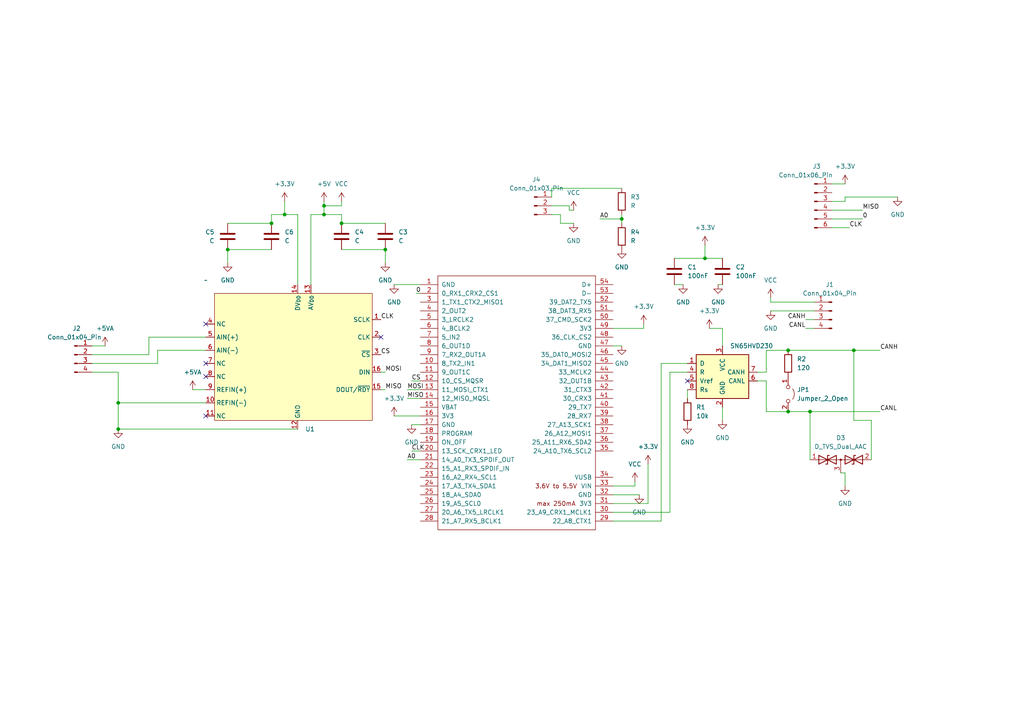
<source format=kicad_sch>
(kicad_sch (version 20230121) (generator eeschema)
  (paper "A4")
  (lib_symbols
    (symbol "Connector:Conn_01x03_Pin" (pin_names (offset 1.016) hide)
      (property "Reference" "J" (at 0 5.08 0))
      (property "Value" "Conn_01x03_Pin" (at 0 -5.08 0))
      (symbol "Conn_01x03_Pin_1_1"
        (polyline (pts (xy 1.27 -2.54) (xy 0.8636 -2.54)) (stroke (width 0.1524)))
        (polyline (pts (xy 1.27 0) (xy 0.8636 0)) (stroke (width 0.1524)))
        (polyline (pts (xy 1.27 2.54) (xy 0.8636 2.54)) (stroke (width 0.1524)))
        (rectangle (start 0.8636 -2.413) (end 0 -2.667) (stroke (width 0.1524)) (fill (type outline)))
        (rectangle (start 0.8636 0.127) (end 0 -0.127) (stroke (width 0.1524)) (fill (type outline)))
        (rectangle (start 0.8636 2.667) (end 0 2.413) (stroke (width 0.1524)) (fill (type outline)))
        (pin passive line (at 5.08 2.54 180) (length 3.81) (name "Pin_1") (number "1"))
        (pin passive line (at 5.08 0 180) (length 3.81) (name "Pin_2") (number "2"))
        (pin passive line (at 5.08 -2.54 180) (length 3.81) (name "Pin_3") (number "3"))
      )
    )
    (symbol "Connector:Conn_01x04_Pin" (pin_names (offset 1.016) hide)
      (property "Reference" "J" (at 0 5.08 0))
      (property "Value" "Conn_01x04_Pin" (at 0 -7.62 0))
      (symbol "Conn_01x04_Pin_1_1"
        (polyline (pts (xy 1.27 -5.08) (xy 0.8636 -5.08)) (stroke (width 0.1524)))
        (polyline (pts (xy 1.27 -2.54) (xy 0.8636 -2.54)) (stroke (width 0.1524)))
        (polyline (pts (xy 1.27 0) (xy 0.8636 0)) (stroke (width 0.1524)))
        (polyline (pts (xy 1.27 2.54) (xy 0.8636 2.54)) (stroke (width 0.1524)))
        (rectangle (start 0.8636 -4.953) (end 0 -5.207) (stroke (width 0.1524)) (fill (type outline)))
        (rectangle (start 0.8636 -2.413) (end 0 -2.667) (stroke (width 0.1524)) (fill (type outline)))
        (rectangle (start 0.8636 0.127) (end 0 -0.127) (stroke (width 0.1524)) (fill (type outline)))
        (rectangle (start 0.8636 2.667) (end 0 2.413) (stroke (width 0.1524)) (fill (type outline)))
        (pin passive line (at 5.08 2.54 180) (length 3.81) (name "Pin_1") (number "1"))
        (pin passive line (at 5.08 0 180) (length 3.81) (name "Pin_2") (number "2"))
        (pin passive line (at 5.08 -2.54 180) (length 3.81) (name "Pin_3") (number "3"))
        (pin passive line (at 5.08 -5.08 180) (length 3.81) (name "Pin_4") (number "4"))
      )
    )
    (symbol "Connector:Conn_01x06_Pin" (pin_names (offset 1.016) hide)
      (property "Reference" "J" (at 0 7.62 0))
      (property "Value" "Conn_01x06_Pin" (at 0 -10.16 0))
      (symbol "Conn_01x06_Pin_1_1"
        (polyline (pts (xy 1.27 -7.62) (xy 0.8636 -7.62)) (stroke (width 0.1524)))
        (polyline (pts (xy 1.27 -5.08) (xy 0.8636 -5.08)) (stroke (width 0.1524)))
        (polyline (pts (xy 1.27 -2.54) (xy 0.8636 -2.54)) (stroke (width 0.1524)))
        (polyline (pts (xy 1.27 0) (xy 0.8636 0)) (stroke (width 0.1524)))
        (polyline (pts (xy 1.27 2.54) (xy 0.8636 2.54)) (stroke (width 0.1524)))
        (polyline (pts (xy 1.27 5.08) (xy 0.8636 5.08)) (stroke (width 0.1524)))
        (rectangle (start 0.8636 -7.493) (end 0 -7.747) (stroke (width 0.1524)) (fill (type outline)))
        (rectangle (start 0.8636 -4.953) (end 0 -5.207) (stroke (width 0.1524)) (fill (type outline)))
        (rectangle (start 0.8636 -2.413) (end 0 -2.667) (stroke (width 0.1524)) (fill (type outline)))
        (rectangle (start 0.8636 0.127) (end 0 -0.127) (stroke (width 0.1524)) (fill (type outline)))
        (rectangle (start 0.8636 2.667) (end 0 2.413) (stroke (width 0.1524)) (fill (type outline)))
        (rectangle (start 0.8636 5.207) (end 0 4.953) (stroke (width 0.1524)) (fill (type outline)))
        (pin passive line (at 5.08 5.08 180) (length 3.81) (name "Pin_1") (number "1"))
        (pin passive line (at 5.08 2.54 180) (length 3.81) (name "Pin_2") (number "2"))
        (pin passive line (at 5.08 0 180) (length 3.81) (name "Pin_3") (number "3"))
        (pin passive line (at 5.08 -2.54 180) (length 3.81) (name "Pin_4") (number "4"))
        (pin passive line (at 5.08 -5.08 180) (length 3.81) (name "Pin_5") (number "5"))
        (pin passive line (at 5.08 -7.62 180) (length 3.81) (name "Pin_6") (number "6"))
      )
    )
    (symbol "Device:C" (pin_numbers hide) (pin_names (offset 0.254))
      (property "Reference" "C" (at 0.635 2.54 0))
      (property "Value" "C" (at 0.635 -2.54 0))
      (symbol "C_0_1"
        (polyline (pts (xy -2.032 -0.762) (xy 2.032 -0.762)) (stroke (width 0.508)))
        (polyline (pts (xy -2.032 0.762) (xy 2.032 0.762)) (stroke (width 0.508)))
      )
      (symbol "C_1_1"
        (pin passive line (at 0 3.81 270) (length 2.794) (name "~") (number "1"))
        (pin passive line (at 0 -3.81 90) (length 2.794) (name "~") (number "2"))
      )
    )
    (symbol "Device:D_TVS_Dual_AAC" (pin_names (offset 1.016) hide)
      (property "Reference" "D" (at 0 4.445 0))
      (property "Value" "D_TVS_Dual_AAC" (at 0 2.54 0))
      (symbol "D_TVS_Dual_AAC_0_0"
        (polyline (pts (xy 0 -1.27) (xy 0 0)))
      )
      (symbol "D_TVS_Dual_AAC_0_1"
        (polyline (pts (xy -6.35 0) (xy 6.35 0)))
        (polyline (pts (xy -3.302 1.27) (xy -3.81 1.27) (xy -3.81 -1.27) (xy -4.318 -1.27)) (stroke (width 0.254)))
        (polyline (pts (xy 4.318 1.27) (xy 3.81 1.27) (xy 3.81 -1.27) (xy 3.302 -1.27)) (stroke (width 0.254)))
        (polyline (pts (xy -6.35 1.27) (xy -1.27 -1.27) (xy -1.27 1.27) (xy -6.35 -1.27) (xy -6.35 1.27)) (stroke (width 0.254)))
        (polyline (pts (xy 6.35 1.27) (xy 1.27 -1.27) (xy 1.27 1.27) (xy 6.35 -1.27) (xy 6.35 1.27)) (stroke (width 0.254)))
        (circle (center 0 0) (radius 0.254) (fill (type outline)))
      )
      (symbol "D_TVS_Dual_AAC_1_1"
        (pin passive line (at -8.89 0 0) (length 2.54) (name "A1") (number "1"))
        (pin passive line (at 8.89 0 180) (length 2.54) (name "A2") (number "2"))
        (pin input line (at 0 -3.81 90) (length 2.54) (name "common") (number "3"))
      )
    )
    (symbol "Device:R" (pin_numbers hide) (pin_names (offset 0))
      (property "Reference" "R" (at 2.032 0 90))
      (property "Value" "R" (at 0 0 90))
      (symbol "R_0_1"
        (rectangle (start -1.016 -2.54) (end 1.016 2.54) (stroke (width 0.254)))
      )
      (symbol "R_1_1"
        (pin passive line (at 0 3.81 270) (length 1.27) (name "~") (number "1"))
        (pin passive line (at 0 -3.81 90) (length 1.27) (name "~") (number "2"))
      )
    )
    (symbol "Interface_CAN_LIN:SN65HVD230" (pin_names (offset 1.016))
      (property "Reference" "U" (at -2.54 10.16 0))
      (property "Value" "SN65HVD230" (at -2.54 7.62 0))
      (symbol "SN65HVD230_0_1"
        (rectangle (start -7.62 5.08) (end 7.62 -7.62) (stroke (width 0.254)) (fill (type background)))
      )
      (symbol "SN65HVD230_1_1"
        (pin input line (at -10.16 2.54 0) (length 2.54) (name "D") (number "1"))
        (pin power_in line (at 0 -10.16 90) (length 2.54) (name "GND") (number "2"))
        (pin power_in line (at 0 7.62 270) (length 2.54) (name "VCC") (number "3"))
        (pin output line (at -10.16 0 0) (length 2.54) (name "R") (number "4"))
        (pin output line (at -10.16 -2.54 0) (length 2.54) (name "Vref") (number "5"))
        (pin bidirectional line (at 10.16 -2.54 180) (length 2.54) (name "CANL") (number "6"))
        (pin bidirectional line (at 10.16 0 180) (length 2.54) (name "CANH") (number "7"))
        (pin input line (at -10.16 -5.08 0) (length 2.54) (name "Rs") (number "8"))
      )
    )
    (symbol "Jumper:Jumper_2_Open" (pin_names (offset 0) hide)
      (property "Reference" "JP" (at 0 2.794 0))
      (property "Value" "Jumper_2_Open" (at 0 -2.286 0))
      (symbol "Jumper_2_Open_0_0"
        (circle (center -2.032 0) (radius 0.508))
        (circle (center 2.032 0) (radius 0.508))
      )
      (symbol "Jumper_2_Open_0_1"
        (arc (start 1.524 1.27) (mid 0 1.778) (end -1.524 1.27))
      )
      (symbol "Jumper_2_Open_1_1"
        (pin passive line (at -5.08 0 0) (length 2.54) (name "A") (number "1"))
        (pin passive line (at 5.08 0 180) (length 2.54) (name "B") (number "2"))
      )
    )
    (symbol "Library :AD7797"
      (property "Reference" "U" (at 0 0 0))
      (symbol "AD7797_1_1"
        (rectangle (start 10.16 -16.51) (end 55.88 -53.34) (fill (type background)))
        (pin input line (at 58.42 -24.13 180) (length 2.54) (name "SCLK") (number "1"))
        (pin input line (at 7.62 -48.26 0) (length 2.54) (name "REFIN(-)") (number "10"))
        (pin input line (at 7.62 -52.07 0) (length 2.54) (name "NC") (number "11"))
        (pin power_in line (at 34.29 -55.88 90) (length 2.54) (name "GND") (number "12"))
        (pin power_in line (at 38.1 -13.97 270) (length 2.54) (name "AV_{DD}") (number "13"))
        (pin power_in line (at 34.29 -13.97 270) (length 2.54) (name "DV_{DD}") (number "14"))
        (pin output line (at 58.42 -44.45 180) (length 2.54) (name "DOUT/~{RDY}") (number "15"))
        (pin input line (at 58.42 -39.37 180) (length 2.54) (name "DIN") (number "16"))
        (pin input line (at 58.42 -29.21 180) (length 2.54) (name "CLK") (number "2"))
        (pin input line (at 58.42 -34.29 180) (length 2.54) (name "~{CS}") (number "3"))
        (pin input line (at 7.62 -25.4 0) (length 2.54) (name "NC") (number "4"))
        (pin input line (at 7.62 -29.21 0) (length 2.54) (name "AIN(+)") (number "5"))
        (pin input line (at 7.62 -33.02 0) (length 2.54) (name "AIN(-)") (number "6"))
        (pin input line (at 7.62 -36.83 0) (length 2.54) (name "NC") (number "7"))
        (pin input line (at 7.62 -40.64 0) (length 2.54) (name "NC") (number "8"))
        (pin input line (at 7.62 -44.45 0) (length 2.54) (name "REFIN(+)") (number "9"))
      )
    )
    (symbol "Teensy:Teensy4.0" (pin_names (offset 1.016))
      (property "Reference" "U" (at 0 39.37 0))
      (property "Value" "Teensy4.0" (at 0 -39.37 0))
      (symbol "Teensy4.0_0_0"
        (text "3.6V to 5.5V" (at 11.43 -24.13 0) (effects (font (size 1.27 1.27))))
        (text "max 250mA" (at 11.43 -29.21 0) (effects (font (size 1.27 1.27))))
        (pin bidirectional line (at -27.94 11.43 0) (length 5.08) (name "8_TX2_IN1") (number "10"))
        (pin bidirectional line (at -27.94 8.89 0) (length 5.08) (name "9_OUT1C") (number "11"))
        (pin bidirectional line (at -27.94 6.35 0) (length 5.08) (name "10_CS_MQSR") (number "12"))
        (pin bidirectional line (at -27.94 3.81 0) (length 5.08) (name "11_MOSI_CTX1") (number "13"))
        (pin bidirectional line (at -27.94 1.27 0) (length 5.08) (name "12_MISO_MQSL") (number "14"))
        (pin power_in line (at -27.94 -1.27 0) (length 5.08) (name "VBAT") (number "15"))
        (pin power_in line (at -27.94 -3.81 0) (length 5.08) (name "3V3") (number "16"))
        (pin power_in line (at -27.94 -6.35 0) (length 5.08) (name "GND") (number "17"))
        (pin input line (at -27.94 -8.89 0) (length 5.08) (name "PROGRAM") (number "18"))
        (pin input line (at -27.94 -11.43 0) (length 5.08) (name "ON_OFF") (number "19"))
        (pin bidirectional line (at -27.94 -13.97 0) (length 5.08) (name "13_SCK_CRX1_LED") (number "20"))
        (pin bidirectional line (at -27.94 -16.51 0) (length 5.08) (name "14_A0_TX3_SPDIF_OUT") (number "21"))
        (pin bidirectional line (at -27.94 -19.05 0) (length 5.08) (name "15_A1_RX3_SPDIF_IN") (number "22"))
        (pin bidirectional line (at -27.94 -21.59 0) (length 5.08) (name "16_A2_RX4_SCL1") (number "23"))
        (pin bidirectional line (at -27.94 -24.13 0) (length 5.08) (name "17_A3_TX4_SDA1") (number "24"))
        (pin bidirectional line (at -27.94 -26.67 0) (length 5.08) (name "18_A4_SDA0") (number "25"))
        (pin bidirectional line (at -27.94 -29.21 0) (length 5.08) (name "19_A5_SCL0") (number "26"))
        (pin bidirectional line (at -27.94 -31.75 0) (length 5.08) (name "20_A6_TX5_LRCLK1") (number "27"))
        (pin bidirectional line (at -27.94 -34.29 0) (length 5.08) (name "21_A7_RX5_BCLK1") (number "28"))
        (pin bidirectional line (at 27.94 -34.29 180) (length 5.08) (name "22_A8_CTX1") (number "29"))
        (pin bidirectional line (at 27.94 -31.75 180) (length 5.08) (name "23_A9_CRX1_MCLK1") (number "30"))
        (pin power_out line (at 27.94 -29.21 180) (length 5.08) (name "3V3") (number "31"))
        (pin power_in line (at 27.94 -26.67 180) (length 5.08) (name "GND") (number "32"))
        (pin power_in line (at 27.94 -24.13 180) (length 5.08) (name "VIN") (number "33"))
        (pin power_out line (at 27.94 -21.59 180) (length 5.08) (name "VUSB") (number "34"))
        (pin bidirectional line (at 27.94 -13.97 180) (length 5.08) (name "24_A10_TX6_SCL2") (number "35"))
        (pin bidirectional line (at 27.94 -11.43 180) (length 5.08) (name "25_A11_RX6_SDA2") (number "36"))
        (pin bidirectional line (at 27.94 -8.89 180) (length 5.08) (name "26_A12_MOSI1") (number "37"))
        (pin bidirectional line (at 27.94 -6.35 180) (length 5.08) (name "27_A13_SCK1") (number "38"))
        (pin bidirectional line (at 27.94 -3.81 180) (length 5.08) (name "28_RX7") (number "39"))
        (pin bidirectional line (at 27.94 -1.27 180) (length 5.08) (name "29_TX7") (number "40"))
        (pin bidirectional line (at 27.94 1.27 180) (length 5.08) (name "30_CRX3") (number "41"))
        (pin bidirectional line (at 27.94 3.81 180) (length 5.08) (name "31_CTX3") (number "42"))
        (pin bidirectional line (at 27.94 6.35 180) (length 5.08) (name "32_OUT1B") (number "43"))
        (pin bidirectional line (at 27.94 8.89 180) (length 5.08) (name "33_MCLK2") (number "44"))
        (pin bidirectional line (at 27.94 11.43 180) (length 5.08) (name "34_DAT1_MISO2") (number "45"))
        (pin bidirectional line (at 27.94 13.97 180) (length 5.08) (name "35_DAT0_MOSI2") (number "46"))
        (pin power_out line (at 27.94 16.51 180) (length 5.08) (name "GND") (number "47"))
        (pin bidirectional line (at 27.94 19.05 180) (length 5.08) (name "36_CLK_CS2") (number "48"))
        (pin power_out line (at 27.94 21.59 180) (length 5.08) (name "3V3") (number "49"))
        (pin bidirectional line (at -27.94 24.13 0) (length 5.08) (name "3_LRCLK2") (number "5"))
        (pin bidirectional line (at 27.94 24.13 180) (length 5.08) (name "37_CMD_SCK2") (number "50"))
        (pin bidirectional line (at 27.94 26.67 180) (length 5.08) (name "38_DAT3_RX5") (number "51"))
        (pin bidirectional line (at 27.94 29.21 180) (length 5.08) (name "39_DAT2_TX5") (number "52"))
        (pin bidirectional line (at 27.94 31.75 180) (length 5.08) (name "D-") (number "53"))
        (pin bidirectional line (at 27.94 34.29 180) (length 5.08) (name "D+") (number "54"))
        (pin bidirectional line (at -27.94 21.59 0) (length 5.08) (name "4_BCLK2") (number "6"))
        (pin bidirectional line (at -27.94 19.05 0) (length 5.08) (name "5_IN2") (number "7"))
        (pin bidirectional line (at -27.94 16.51 0) (length 5.08) (name "6_OUT1D") (number "8"))
        (pin bidirectional line (at -27.94 13.97 0) (length 5.08) (name "7_RX2_OUT1A") (number "9"))
      )
      (symbol "Teensy4.0_0_1"
        (rectangle (start -22.86 36.83) (end 22.86 -36.83))
        (rectangle (start -20.32 -31.75) (end -20.32 -31.75))
      )
      (symbol "Teensy4.0_1_1"
        (pin power_in line (at -27.94 34.29 0) (length 5.08) (name "GND") (number "1"))
        (pin bidirectional line (at -27.94 31.75 0) (length 5.08) (name "0_RX1_CRX2_CS1") (number "2"))
        (pin bidirectional line (at -27.94 29.21 0) (length 5.08) (name "1_TX1_CTX2_MISO1") (number "3"))
        (pin bidirectional line (at -27.94 26.67 0) (length 5.08) (name "2_OUT2") (number "4"))
      )
    )
    (symbol "power:+3.3V" (power) (pin_names (offset 0))
      (property "Value" "+3.3V" (at 0 3.556 0))
      (symbol "+3.3V_0_1"
        (polyline (pts (xy -0.762 1.27) (xy 0 2.54)))
        (polyline (pts (xy 0 0) (xy 0 2.54)))
        (polyline (pts (xy 0 2.54) (xy 0.762 1.27)))
      )
      (symbol "+3.3V_1_1"
        (pin power_in line (at 0 0 90) (length 0) hide (name "+3.3V") (number "1"))
      )
    )
    (symbol "power:+5V" (power) (pin_names (offset 0))
      (property "Value" "+5V" (at 0 3.556 0))
      (symbol "+5V_0_1"
        (polyline (pts (xy -0.762 1.27) (xy 0 2.54)))
        (polyline (pts (xy 0 0) (xy 0 2.54)))
        (polyline (pts (xy 0 2.54) (xy 0.762 1.27)))
      )
      (symbol "+5V_1_1"
        (pin power_in line (at 0 0 90) (length 0) hide (name "+5V") (number "1"))
      )
    )
    (symbol "power:+5VA" (power) (pin_names (offset 0))
      (property "Value" "+5VA" (at 0 3.556 0))
      (symbol "+5VA_0_1"
        (polyline (pts (xy -0.762 1.27) (xy 0 2.54)))
        (polyline (pts (xy 0 0) (xy 0 2.54)))
        (polyline (pts (xy 0 2.54) (xy 0.762 1.27)))
      )
      (symbol "+5VA_1_1"
        (pin power_in line (at 0 0 90) (length 0) hide (name "+5VA") (number "1"))
      )
    )
    (symbol "power:GND" (power) (pin_names (offset 0))
      (property "Value" "GND" (at 0 -3.81 0))
      (symbol "GND_0_1"
        (polyline (pts (xy 0 0) (xy 0 -1.27) (xy 1.27 -1.27) (xy 0 -2.54) (xy -1.27 -1.27) (xy 0 -1.27)))
      )
      (symbol "GND_1_1"
        (pin power_in line (at 0 0 270) (length 0) hide (name "GND") (number "1"))
      )
    )
    (symbol "power:VCC" (power) (pin_names (offset 0))
      (property "Value" "VCC" (at 0 3.81 0))
      (symbol "VCC_0_1"
        (polyline (pts (xy -0.762 1.27) (xy 0 2.54)))
        (polyline (pts (xy 0 0) (xy 0 2.54)))
        (polyline (pts (xy 0 2.54) (xy 0.762 1.27)))
      )
      (symbol "VCC_1_1"
        (pin power_in line (at 0 0 90) (length 0) hide (name "VCC") (number "1"))
      )
    )
  )
  (junction (at 93.98 62.23))
  (junction (at 82.55 62.23))
  (junction (at 78.74 64.77))
  (junction (at 111.76 72.39))
  (junction (at 228.6 119.38))
  (junction (at 34.29 116.84))
  (junction (at 247.65 101.6))
  (junction (at 99.06 64.77))
  (junction (at 228.6 101.6))
  (junction (at 93.98 59.69))
  (junction (at 34.29 124.46))
  (junction (at 66.04 72.39))
  (junction (at 180.34 63.5))
  (junction (at 234.95 119.38))
  (junction (at 204.47 74.93))
  (no_connect (at 59.69 105.41))
  (no_connect (at 110.49 97.79))
  (no_connect (at 59.69 120.65))
  (no_connect (at 199.39 110.49))
  (no_connect (at 59.69 93.98))
  (no_connect (at 59.69 109.22))
  (wire (pts (xy 99.06 62.23) (xy 99.06 64.77)))
  (wire (pts (xy 99.06 59.69) (xy 93.98 59.69)))
  (wire (pts (xy 243.84 137.16) (xy 245.11 137.16)))
  (wire (pts (xy 222.25 119.38) (xy 228.6 119.38)))
  (wire (pts (xy 186.69 95.25) (xy 186.69 93.98)))
  (wire (pts (xy 93.98 62.23) (xy 99.06 62.23)))
  (wire (pts (xy 55.88 113.03) (xy 59.69 113.03)))
  (wire (pts (xy 118.11 113.03) (xy 121.92 113.03)))
  (wire (pts (xy 194.31 148.59) (xy 177.8 148.59)))
  (wire (pts (xy 118.11 133.35) (xy 121.92 133.35)))
  (wire (pts (xy 236.22 95.25) (xy 233.68 95.25)))
  (wire (pts (xy 245.11 57.15) (xy 245.11 58.42)))
  (wire (pts (xy 34.29 116.84) (xy 34.29 107.95)))
  (wire (pts (xy 223.52 87.63) (xy 236.22 87.63)))
  (wire (pts (xy 260.35 57.15) (xy 245.11 57.15)))
  (wire (pts (xy 82.55 62.23) (xy 82.55 58.42)))
  (wire (pts (xy 93.98 59.69) (xy 93.98 62.23)))
  (wire (pts (xy 187.96 134.62) (xy 187.96 146.05)))
  (wire (pts (xy 195.58 82.55) (xy 198.12 82.55)))
  (wire (pts (xy 59.69 101.6) (xy 45.72 101.6)))
  (wire (pts (xy 177.8 151.13) (xy 191.77 151.13)))
  (wire (pts (xy 247.65 101.6) (xy 255.27 101.6)))
  (wire (pts (xy 93.98 62.23) (xy 90.17 62.23)))
  (wire (pts (xy 173.99 63.5) (xy 180.34 63.5)))
  (wire (pts (xy 250.19 63.5) (xy 241.3 63.5)))
  (wire (pts (xy 223.52 86.36) (xy 223.52 87.63)))
  (wire (pts (xy 177.8 146.05) (xy 187.96 146.05)))
  (wire (pts (xy 177.8 143.51) (xy 185.42 143.51)))
  (wire (pts (xy 86.36 62.23) (xy 82.55 62.23)))
  (wire (pts (xy 199.39 113.03) (xy 199.39 115.57)))
  (wire (pts (xy 120.65 85.09) (xy 121.92 85.09)))
  (wire (pts (xy 99.06 72.39) (xy 111.76 72.39)))
  (wire (pts (xy 34.29 107.95) (xy 26.67 107.95)))
  (wire (pts (xy 99.06 58.42) (xy 99.06 59.69)))
  (wire (pts (xy 246.38 66.04) (xy 241.3 66.04)))
  (wire (pts (xy 90.17 62.23) (xy 90.17 82.55)))
  (wire (pts (xy 160.02 54.61) (xy 160.02 57.15)))
  (wire (pts (xy 228.6 101.6) (xy 247.65 101.6)))
  (wire (pts (xy 45.72 101.6) (xy 45.72 105.41)))
  (wire (pts (xy 209.55 118.11) (xy 209.55 121.92)))
  (wire (pts (xy 177.8 95.25) (xy 186.69 95.25)))
  (wire (pts (xy 252.73 133.35) (xy 252.73 121.92)))
  (wire (pts (xy 205.74 95.25) (xy 209.55 95.25)))
  (wire (pts (xy 177.8 100.33) (xy 180.34 100.33)))
  (wire (pts (xy 111.76 72.39) (xy 111.76 76.2)))
  (wire (pts (xy 247.65 121.92) (xy 247.65 101.6)))
  (wire (pts (xy 86.36 82.55) (xy 86.36 62.23)))
  (wire (pts (xy 250.19 60.96) (xy 241.3 60.96)))
  (wire (pts (xy 165.1 59.69) (xy 160.02 59.69)))
  (wire (pts (xy 209.55 95.25) (xy 209.55 100.33)))
  (wire (pts (xy 228.6 119.38) (xy 234.95 119.38)))
  (wire (pts (xy 245.11 53.34) (xy 241.3 53.34)))
  (wire (pts (xy 119.38 110.49) (xy 121.92 110.49)))
  (wire (pts (xy 234.95 119.38) (xy 255.27 119.38)))
  (wire (pts (xy 45.72 105.41) (xy 26.67 105.41)))
  (wire (pts (xy 184.15 140.97) (xy 184.15 139.7)))
  (wire (pts (xy 191.77 151.13) (xy 191.77 105.41)))
  (wire (pts (xy 191.77 105.41) (xy 199.39 105.41)))
  (wire (pts (xy 245.11 58.42) (xy 241.3 58.42)))
  (wire (pts (xy 66.04 72.39) (xy 78.74 72.39)))
  (wire (pts (xy 199.39 107.95) (xy 194.31 107.95)))
  (wire (pts (xy 166.37 60.96) (xy 165.1 60.96)))
  (wire (pts (xy 111.76 113.03) (xy 110.49 113.03)))
  (wire (pts (xy 165.1 60.96) (xy 165.1 59.69)))
  (wire (pts (xy 78.74 64.77) (xy 66.04 64.77)))
  (wire (pts (xy 195.58 74.93) (xy 204.47 74.93)))
  (wire (pts (xy 34.29 124.46) (xy 34.29 116.84)))
  (wire (pts (xy 26.67 100.33) (xy 30.48 100.33)))
  (wire (pts (xy 194.31 107.95) (xy 194.31 148.59)))
  (wire (pts (xy 222.25 110.49) (xy 222.25 119.38)))
  (wire (pts (xy 43.18 102.87) (xy 26.67 102.87)))
  (wire (pts (xy 236.22 92.71) (xy 233.68 92.71)))
  (wire (pts (xy 59.69 97.79) (xy 43.18 97.79)))
  (wire (pts (xy 121.92 82.55) (xy 114.3 82.55)))
  (wire (pts (xy 34.29 116.84) (xy 59.69 116.84)))
  (wire (pts (xy 180.34 54.61) (xy 160.02 54.61)))
  (wire (pts (xy 222.25 107.95) (xy 222.25 101.6)))
  (wire (pts (xy 222.25 101.6) (xy 228.6 101.6)))
  (wire (pts (xy 204.47 74.93) (xy 204.47 71.12)))
  (wire (pts (xy 43.18 97.79) (xy 43.18 102.87)))
  (wire (pts (xy 66.04 72.39) (xy 66.04 76.2)))
  (wire (pts (xy 119.38 123.19) (xy 121.92 123.19)))
  (wire (pts (xy 208.28 82.55) (xy 209.55 82.55)))
  (wire (pts (xy 180.34 62.23) (xy 180.34 63.5)))
  (wire (pts (xy 121.92 120.65) (xy 114.3 120.65)))
  (wire (pts (xy 234.95 119.38) (xy 234.95 133.35)))
  (wire (pts (xy 86.36 124.46) (xy 34.29 124.46)))
  (wire (pts (xy 78.74 62.23) (xy 82.55 62.23)))
  (wire (pts (xy 118.11 115.57) (xy 121.92 115.57)))
  (wire (pts (xy 180.34 63.5) (xy 180.34 64.77)))
  (wire (pts (xy 209.55 74.93) (xy 204.47 74.93)))
  (wire (pts (xy 219.71 110.49) (xy 222.25 110.49)))
  (wire (pts (xy 219.71 107.95) (xy 222.25 107.95)))
  (wire (pts (xy 223.52 90.17) (xy 236.22 90.17)))
  (wire (pts (xy 245.11 140.97) (xy 245.11 137.16)))
  (wire (pts (xy 166.37 64.77) (xy 162.56 64.77)))
  (wire (pts (xy 99.06 64.77) (xy 111.76 64.77)))
  (wire (pts (xy 78.74 62.23) (xy 78.74 64.77)))
  (wire (pts (xy 177.8 140.97) (xy 184.15 140.97)))
  (wire (pts (xy 162.56 64.77) (xy 162.56 62.23)))
  (wire (pts (xy 110.49 107.95) (xy 111.76 107.95)))
  (wire (pts (xy 93.98 58.42) (xy 93.98 59.69)))
  (wire (pts (xy 119.38 130.81) (xy 121.92 130.81)))
  (wire (pts (xy 162.56 62.23) (xy 160.02 62.23)))
  (wire (pts (xy 252.73 121.92) (xy 247.65 121.92)))
  (label "CANH" (at 255.27 101.6 0))
  (label "CS" (at 119.38 110.49 0))
  (label "CANL" (at 233.68 95.25 180))
  (label "0" (at 250.19 63.5 0))
  (label "0" (at 120.65 85.09 0))
  (label "CANL" (at 255.27 119.38 0))
  (label "CLK" (at 246.38 66.04 0))
  (label "MOSI" (at 111.76 107.95 0))
  (label "MISO" (at 118.11 115.57 0))
  (label "MISO" (at 250.19 60.96 0))
  (label "A0" (at 118.11 133.35 0))
  (label "CLK" (at 110.49 92.71 0))
  (label "MOSI" (at 118.11 113.03 0))
  (label "MISO" (at 111.76 113.03 0))
  (label "CLK" (at 119.38 130.81 0))
  (label "CANH" (at 233.68 92.71 180))
  (label "A0" (at 173.99 63.5 0))
  (label "CS" (at 110.49 102.87 0))
  (symbol (lib_id "power:+3.3V") (at 114.3 120.65 0) (unit 1)
    (property "Reference" "#PWR013" (effects hide))
    (property "Value" "+3.3V" (at 114.3 115.57 0))
  )
  (symbol (lib_id "power:+5V") (at 93.98 58.42 0) (unit 1)
    (property "Reference" "#PWR022" (effects hide))
    (property "Value" "+5V" (at 93.98 53.34 0))
  )
  (symbol (lib_id "Device:R") (at 228.6 105.41 0) (unit 1)
    (property "Reference" "R2" (at 231.14 104.14 0) (effects (justify left)))
    (property "Value" "120" (at 231.14 106.68 0) (effects (justify left)))
    (property "Footprint" "Resistor_SMD:R_0603_1608Metric" (effects hide))
  )
  (symbol (lib_id "Device:C") (at 209.55 78.74 0) (unit 1)
    (property "Reference" "C2" (at 213.36 77.47 0) (effects (justify left)))
    (property "Value" "100nF" (at 213.36 80.01 0) (effects (justify left)))
    (property "Footprint" "Capacitor_SMD:C_0603_1608Metric" (effects hide))
  )
  (symbol (lib_id "Connector:Conn_01x06_Pin") (at 236.22 58.42 0) (unit 1)
    (property "Reference" "J3" (at 236.855 48.26 0))
    (property "Value" "Conn_01x06_Pin" (at 233.68 50.8 0))
    (property "Footprint" "Connector_PinHeader_2.54mm:PinHeader_1x06_P2.54mm_Vertical" (effects hide))
  )
  (symbol (lib_id "power:GND") (at 166.37 64.77 0) (unit 1)
    (property "Reference" "#PWR027" (effects hide))
    (property "Value" "GND" (at 166.37 69.85 0))
  )
  (symbol (lib_id "power:GND") (at 34.29 124.46 0) (unit 1)
    (property "Reference" "#PWR017" (effects hide))
    (property "Value" "GND" (at 34.29 129.54 0))
  )
  (symbol (lib_id "power:GND") (at 245.11 140.97 0) (unit 1)
    (property "Reference" "#PWR04" (effects hide))
    (property "Value" "GND" (at 245.11 146.05 0))
  )
  (symbol (lib_id "Connector:Conn_01x04_Pin") (at 241.3 90.17 0) (mirror y) (unit 1)
    (property "Reference" "J1" (at 240.665 82.55 0))
    (property "Value" "Conn_01x04_Pin" (at 240.665 85.09 0))
    (property "Footprint" "Connector_JST:JST_XH_B4B-XH-A_1x04_P2.50mm_Vertical" (effects hide))
  )
  (symbol (lib_id "power:GND") (at 185.42 143.51 0) (unit 1)
    (property "Reference" "#PWR016" (effects hide))
    (property "Value" "GND" (at 185.42 148.59 0))
  )
  (symbol (lib_id "power:GND") (at 208.28 82.55 0) (unit 1)
    (property "Reference" "#PWR07" (effects hide))
    (property "Value" "GND" (at 208.28 87.63 0))
  )
  (symbol (lib_id "power:GND") (at 119.38 123.19 0) (unit 1)
    (property "Reference" "#PWR012" (effects hide))
    (property "Value" "GND" (at 119.38 128.27 0))
  )
  (symbol (lib_id "Interface_CAN_LIN:SN65HVD230") (at 209.55 107.95 0) (unit 1)
    (property "Reference" "U3" (effects hide))
    (property "Value" "SN65HVD230" (at 211.7441 100.33 0) (effects (justify left)))
    (property "Footprint" "Package_SO:SOIC-8_3.9x4.9mm_P1.27mm" (effects hide))
    (property "Datasheet" "http://www.ti.com/lit/ds/symlink/sn65hvd230.pdf" (effects hide))
  )
  (symbol (lib_id "Jumper:Jumper_2_Open") (at 228.6 114.3 270) (unit 1)
    (property "Reference" "JP1" (at 231.14 113.03 90) (effects (justify left)))
    (property "Value" "Jumper_2_Open" (at 231.14 115.57 90) (effects (justify left)))
    (property "Footprint" "Connector_PinHeader_2.54mm:PinHeader_2x01_P2.54mm_Vertical" (effects hide))
  )
  (symbol (lib_id "power:+3.3V") (at 187.96 134.62 0) (unit 1)
    (property "Reference" "#PWR011" (effects hide))
    (property "Value" "+3.3V" (at 187.96 129.54 0))
  )
  (symbol (lib_id "Connector:Conn_01x04_Pin") (at 21.59 102.87 0) (unit 1)
    (property "Reference" "J2" (at 22.225 95.25 0))
    (property "Value" "Conn_01x04_Pin" (at 21.59 97.79 0))
    (property "Footprint" "Connector_JST:JST_XH_B4B-XH-A_1x04_P2.50mm_Vertical" (effects hide))
  )
  (symbol (lib_id "Library :AD7797") (at 52.07 68.58 0) (unit 1)
    (property "Reference" "U1" (at 88.5541 124.46 0) (effects (justify left)))
    (property "Value" "~" (at 59.69 81.28 0))
    (property "Footprint" "Package_SO:TSSOP-16_4.4x5mm_P0.65mm" (effects hide))
  )
  (symbol (lib_id "Device:R") (at 180.34 58.42 0) (unit 1)
    (property "Reference" "R3" (at 182.88 57.15 0) (effects (justify left)))
    (property "Value" "R" (at 182.88 59.69 0) (effects (justify left)))
    (property "Footprint" "Resistor_SMD:R_0805_2012Metric" (effects hide))
  )
  (symbol (lib_id "Device:C") (at 99.06 68.58 0) (unit 1)
    (property "Reference" "C4" (at 102.87 67.31 0) (effects (justify left)))
    (property "Value" "C" (at 102.87 69.85 0) (effects (justify left)))
    (property "Footprint" "Capacitor_SMD:C_0603_1608Metric" (effects hide))
  )
  (symbol (lib_id "Device:C") (at 111.76 68.58 0) (unit 1)
    (property "Reference" "C3" (at 115.57 67.31 0) (effects (justify left)))
    (property "Value" "C" (at 115.57 69.85 0) (effects (justify left)))
    (property "Footprint" "Capacitor_SMD:C_0603_1608Metric" (effects hide))
  )
  (symbol (lib_id "power:GND") (at 180.34 100.33 0) (unit 1)
    (property "Reference" "#PWR015" (effects hide))
    (property "Value" "GND" (at 180.34 105.41 0))
  )
  (symbol (lib_id "power:GND") (at 260.35 57.15 0) (unit 1)
    (property "Reference" "#PWR030" (effects hide))
    (property "Value" "GND" (at 260.35 62.23 0))
  )
  (symbol (lib_id "Teensy:Teensy4.0") (at 149.86 116.84 0) (unit 1)
    (property "Reference" "U4" (effects hide))
    (property "Value" "Teensy4.0" (effects hide))
    (property "Footprint" "Teensy:Teensy40" (effects hide))
  )
  (symbol (lib_id "power:GND") (at 198.12 82.55 0) (unit 1)
    (property "Reference" "#PWR05" (effects hide))
    (property "Value" "GND" (at 198.12 87.63 0))
  )
  (symbol (lib_id "Device:C") (at 78.74 68.58 0) (unit 1)
    (property "Reference" "C6" (at 82.55 67.31 0) (effects (justify left)))
    (property "Value" "C" (at 82.55 69.85 0) (effects (justify left)))
    (property "Footprint" "Capacitor_SMD:C_0603_1608Metric" (effects hide))
  )
  (symbol (lib_id "power:VCC") (at 99.06 58.42 0) (unit 1)
    (property "Reference" "#PWR029" (effects hide))
    (property "Value" "VCC" (at 99.06 53.34 0))
  )
  (symbol (lib_id "power:GND") (at 223.52 90.17 0) (unit 1)
    (property "Reference" "#PWR09" (effects hide))
    (property "Value" "GND" (at 223.52 95.25 0))
  )
  (symbol (lib_id "Device:C") (at 66.04 68.58 0) (mirror y) (unit 1)
    (property "Reference" "C5" (at 62.23 67.31 0) (effects (justify left)))
    (property "Value" "C" (at 62.23 69.85 0) (effects (justify left)))
    (property "Footprint" "Capacitor_SMD:C_0603_1608Metric" (effects hide))
  )
  (symbol (lib_id "Device:D_TVS_Dual_AAC") (at 243.84 133.35 0) (unit 1)
    (property "Reference" "D3" (at 243.84 127 0))
    (property "Value" "D_TVS_Dual_AAC" (at 243.84 129.54 0))
    (property "Footprint" "Package_TO_SOT_SMD:SOT-323_SC-70" (effects hide))
  )
  (symbol (lib_id "power:VCC") (at 184.15 139.7 0) (unit 1)
    (property "Reference" "#PWR010" (effects hide))
    (property "Value" "VCC" (at 184.15 134.62 0))
  )
  (symbol (lib_id "power:GND") (at 114.3 82.55 0) (unit 1)
    (property "Reference" "#PWR014" (effects hide))
    (property "Value" "GND" (at 114.3 87.63 0))
  )
  (symbol (lib_id "Device:R") (at 199.39 119.38 0) (unit 1)
    (property "Reference" "R1" (at 201.93 118.11 0) (effects (justify left)))
    (property "Value" "10k" (at 201.93 120.65 0) (effects (justify left)))
    (property "Footprint" "Resistor_SMD:R_0603_1608Metric" (effects hide))
  )
  (symbol (lib_id "Connector:Conn_01x03_Pin") (at 154.94 59.69 0) (unit 1)
    (property "Reference" "J4" (at 155.575 52.07 0))
    (property "Value" "Conn_01x03_Pin" (at 155.575 54.61 0))
    (property "Footprint" "Connector_JST:JST_XH_B3B-XH-A_1x03_P2.50mm_Vertical" (effects hide))
  )
  (symbol (lib_id "power:+3.3V") (at 82.55 58.42 0) (unit 1)
    (property "Reference" "#PWR020" (effects hide))
    (property "Value" "+3.3V" (at 82.55 53.34 0))
  )
  (symbol (lib_id "Device:C") (at 195.58 78.74 0) (unit 1)
    (property "Reference" "C1" (at 199.39 77.47 0) (effects (justify left)))
    (property "Value" "100nF" (at 199.39 80.01 0) (effects (justify left)))
    (property "Footprint" "Capacitor_SMD:C_0603_1608Metric" (effects hide))
  )
  (symbol (lib_id "power:VCC") (at 166.37 60.96 0) (unit 1)
    (property "Reference" "#PWR025" (effects hide))
    (property "Value" "VCC" (at 166.37 55.88 0))
  )
  (symbol (lib_id "power:GND") (at 180.34 72.39 0) (unit 1)
    (property "Reference" "#PWR024" (effects hide))
    (property "Value" "GND" (at 180.34 77.47 0))
  )
  (symbol (lib_id "power:+3.3V") (at 204.47 71.12 0) (unit 1)
    (property "Reference" "#PWR08" (effects hide))
    (property "Value" "+3.3V" (at 204.47 66.04 0))
  )
  (symbol (lib_id "power:+3.3V") (at 205.74 95.25 0) (unit 1)
    (property "Reference" "#PWR01" (effects hide))
    (property "Value" "+3.3V" (at 205.74 90.17 0))
  )
  (symbol (lib_id "Device:R") (at 180.34 68.58 0) (unit 1)
    (property "Reference" "R4" (at 182.88 67.31 0) (effects (justify left)))
    (property "Value" "R" (at 182.88 69.85 0) (effects (justify left)))
    (property "Footprint" "Resistor_SMD:R_0805_2012Metric" (effects hide))
  )
  (symbol (lib_id "power:+3.3V") (at 245.11 53.34 0) (unit 1)
    (property "Reference" "#PWR028" (effects hide))
    (property "Value" "+3.3V" (at 245.11 48.26 0))
  )
  (symbol (lib_id "power:GND") (at 209.55 121.92 0) (unit 1)
    (property "Reference" "#PWR02" (effects hide))
    (property "Value" "GND" (at 209.55 127 0))
  )
  (symbol (lib_id "power:+3.3V") (at 186.69 93.98 0) (unit 1)
    (property "Reference" "#PWR026" (effects hide))
    (property "Value" "+3.3V" (at 186.69 88.9 0))
  )
  (symbol (lib_id "power:GND") (at 111.76 76.2 0) (unit 1)
    (property "Reference" "#PWR021" (effects hide))
    (property "Value" "GND" (at 111.76 81.28 0))
  )
  (symbol (lib_id "power:+5VA") (at 30.48 100.33 0) (unit 1)
    (property "Reference" "#PWR019" (effects hide))
    (property "Value" "+5VA" (at 30.48 95.25 0))
  )
  (symbol (lib_id "power:GND") (at 66.04 76.2 0) (unit 1)
    (property "Reference" "#PWR023" (effects hide))
    (property "Value" "GND" (at 66.04 81.28 0))
  )
  (symbol (lib_id "power:GND") (at 199.39 123.19 0) (unit 1)
    (property "Reference" "#PWR03" (effects hide))
    (property "Value" "GND" (at 199.39 128.27 0))
  )
  (symbol (lib_id "power:VCC") (at 223.52 86.36 0) (unit 1)
    (property "Reference" "#PWR06" (effects hide))
    (property "Value" "VCC" (at 223.52 81.28 0))
  )
  (symbol (lib_id "power:+5VA") (at 55.88 113.03 0) (unit 1)
    (property "Reference" "#PWR018" (effects hide))
    (property "Value" "+5VA" (at 55.88 107.95 0))
  )
)
</source>
